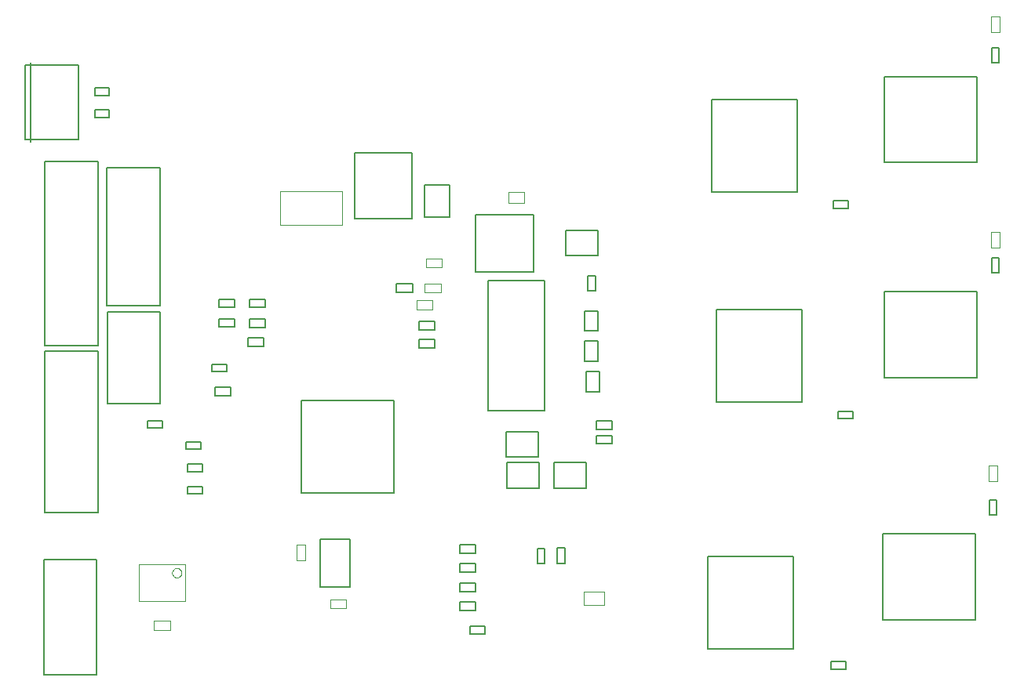
<source format=gbr>
%FSTAX23Y23*%
%MOIN*%
%SFA1B1*%

%IPPOS*%
%ADD15C,0.007870*%
%ADD119C,0.003940*%
%ADD122C,0.001000*%
%LNpcb_top_3d_body-1*%
%LPD*%
G54D15*
X06421Y03684D02*
Y04048D01*
X06028D02*
X06421D01*
X06028Y03684D02*
Y04048D01*
Y03684D02*
X06421D01*
X06416Y01739D02*
Y02103D01*
X06023D02*
X06416D01*
X06023Y01739D02*
Y02103D01*
Y01739D02*
X06416D01*
X0363Y01879D02*
Y0208D01*
X03759*
Y01879D02*
Y0208D01*
X0363Y01879D02*
X03759D01*
X04344Y02629D02*
Y0318D01*
Y02629D02*
X04585D01*
Y0318*
X04344D02*
X04585D01*
X02605Y0378D02*
Y04098D01*
X02379Y0378D02*
X02605D01*
X02379D02*
Y04098D01*
X02605*
X02402Y0377D02*
Y04109D01*
X06421Y02769D02*
Y03133D01*
X06028D02*
X06421D01*
X06028Y02769D02*
Y03133D01*
Y02769D02*
X06421D01*
X04051Y02895D02*
X04118D01*
X04051D02*
Y0293D01*
X04118*
Y02895D02*
Y0293D01*
X04051Y02972D02*
X04118D01*
X04051D02*
Y03007D01*
X04118*
Y02972D02*
Y03007D01*
X04676Y03393D02*
X04813D01*
Y03286D02*
Y03393D01*
X04676Y03286D02*
X04813D01*
X04676D02*
Y03393D01*
X04625Y02406D02*
X04762D01*
Y02299D02*
Y02406D01*
X04625Y02299D02*
X04762D01*
X04625D02*
Y02406D01*
X04421Y02538D02*
X04558D01*
Y02431D02*
Y02538D01*
X04421Y02431D02*
X04558D01*
X04421D02*
Y02538D01*
X04426Y02406D02*
X04563D01*
Y02299D02*
Y02406D01*
X04426Y02299D02*
X04563D01*
X04426D02*
Y02406D01*
X04226Y02022D02*
X04293D01*
X04226D02*
Y02057D01*
X04293*
Y02022D02*
Y02057D01*
X04226Y01859D02*
X04293D01*
X04226D02*
Y01895D01*
X04293*
Y01859D02*
Y01895D01*
X04226Y01941D02*
X04293D01*
X04226D02*
Y01976D01*
X04293*
Y01941D02*
Y01976D01*
X03553Y02278D02*
Y02671D01*
X03946*
Y02278D02*
Y02671D01*
X03553Y02278D02*
X03946D01*
X03326Y02937D02*
X03393D01*
Y02902D02*
Y02937D01*
X03326Y02902D02*
X03393D01*
X03326D02*
Y02937D01*
X03201Y03019D02*
X03268D01*
Y02984D02*
Y03019D01*
X03201Y02984D02*
X03268D01*
X03201D02*
Y03019D01*
X03331Y03017D02*
X03398D01*
Y02982D02*
Y03017D01*
X03331Y02982D02*
X03398D01*
X03331D02*
Y03017D01*
X03201Y03102D02*
X03268D01*
Y03067D02*
Y03102D01*
X03201Y03067D02*
X03268D01*
X03201D02*
Y03102D01*
X03331D02*
X03398D01*
Y03067D02*
Y03102D01*
X03331Y03067D02*
X03398D01*
X03331D02*
Y03102D01*
X04226Y01778D02*
X04293D01*
X04226D02*
Y01813D01*
X04293*
Y01778D02*
Y01813D01*
X04268Y0171D02*
X04331D01*
Y01679D02*
Y0171D01*
X04268Y01679D02*
X04331D01*
X04268D02*
Y0171D01*
X04672Y01976D02*
Y02043D01*
X04637Y01976D02*
X04672D01*
X04637D02*
Y02043D01*
X04672*
X04585Y01978D02*
Y02041D01*
X04554Y01978D02*
X04585D01*
X04554D02*
Y02041D01*
X04585*
X06474Y02183D02*
Y02246D01*
X06505*
Y02183D02*
Y02246D01*
X06474Y02183D02*
X06505D01*
X06484Y03213D02*
Y03276D01*
X06515*
Y03213D02*
Y03276D01*
X06484Y03213D02*
X06515D01*
X06484Y04108D02*
Y04171D01*
X06515*
Y04108D02*
Y04171D01*
X06484Y04108D02*
X06515D01*
X05803Y0156D02*
X05866D01*
Y01529D02*
Y0156D01*
X05803Y01529D02*
X05866D01*
X05803D02*
Y0156D01*
X05833Y02625D02*
X05896D01*
Y02594D02*
Y02625D01*
X05833Y02594D02*
X05896D01*
X05833D02*
Y02625D01*
X04806Y02548D02*
X04873D01*
X04806D02*
Y02583D01*
X04873*
Y02548D02*
Y02583D01*
X04806Y02487D02*
X04873D01*
X04806D02*
Y02522D01*
X04873*
Y02487D02*
Y02522D01*
X03955Y03131D02*
X04024D01*
X03955D02*
Y03168D01*
X04024*
Y03131D02*
Y03168D01*
X04292Y03217D02*
X04537D01*
X04292D02*
Y03462D01*
X04537*
Y03217D02*
Y03462D01*
X048Y03138D02*
Y03201D01*
X04769Y03138D02*
X048D01*
X04769D02*
Y03201D01*
X048*
X04818Y02709D02*
Y02795D01*
X04761Y02709D02*
X04818D01*
X04761D02*
Y02795D01*
X04818*
X04813Y02837D02*
Y02923D01*
X04756Y02837D02*
X04813D01*
X04756D02*
Y02923D01*
X04813*
Y02966D02*
Y03052D01*
X04756Y02966D02*
X04813D01*
X04756D02*
Y03052D01*
X04813*
X02898Y02554D02*
X02961D01*
X02898D02*
Y02585D01*
X02961*
Y02554D02*
Y02585D01*
X03068Y02305D02*
X03131D01*
Y02274D02*
Y02305D01*
X03068Y02274D02*
X03131D01*
X03068D02*
Y02305D01*
X03063Y02495D02*
X03126D01*
Y02464D02*
Y02495D01*
X03063Y02464D02*
X03126D01*
X03063D02*
Y02495D01*
X03068Y024D02*
X03131D01*
Y02369D02*
Y024D01*
X03068Y02369D02*
X03131D01*
X03068D02*
Y024D01*
X02461Y02195D02*
Y0288D01*
X02687*
Y02195D02*
Y0288D01*
X02461Y02195D02*
X02687D01*
X02461Y02905D02*
Y03689D01*
X02687*
Y02905D02*
Y03689D01*
X02461Y02905D02*
X02687D01*
X02726Y03074D02*
Y0366D01*
X02952*
Y03074D02*
Y0366D01*
X02726Y03074D02*
X02952D01*
X03173Y02794D02*
X03236D01*
X03173D02*
Y02825D01*
X03236*
Y02794D02*
Y02825D01*
X03186Y02692D02*
X03253D01*
X03186D02*
Y02727D01*
X03253*
Y02692D02*
Y02727D01*
X02727Y02658D02*
Y03048D01*
X02953*
Y02658D02*
Y03048D01*
X02727Y02658D02*
X02953D01*
X02683Y01505D02*
Y01993D01*
X02457Y01505D02*
X02683D01*
X02457D02*
Y01993D01*
X02683*
X05813Y0352D02*
X05876D01*
Y03489D02*
Y0352D01*
X05813Y03489D02*
X05876D01*
X05813D02*
Y0352D01*
X02674Y03906D02*
X02735D01*
Y03873D02*
Y03906D01*
X02674Y03873D02*
X02735D01*
X02674D02*
Y03906D01*
Y04001D02*
X02735D01*
Y03968D02*
Y04001D01*
X02674Y03968D02*
X02735D01*
X02674D02*
Y04001D01*
X05279Y01614D02*
Y02008D01*
X05643*
Y01614D02*
Y02008D01*
X05279Y01614D02*
X05643D01*
X05294Y03558D02*
Y03951D01*
X05658*
Y03558D02*
Y03951D01*
X05294Y03558D02*
X05658D01*
X05314Y02663D02*
Y03056D01*
X05678*
Y02663D02*
Y03056D01*
X05314Y02663D02*
X05678D01*
X04076Y03451D02*
X04183D01*
Y03588*
X04076D02*
X04183D01*
X04076Y03451D02*
Y03588D01*
X03777Y03445D02*
X04022D01*
Y03724*
X03777D02*
X04022D01*
X03777Y03445D02*
Y03724D01*
G54D119*
X03042Y01938D02*
D01*
X03042Y01939*
X03042Y01941*
X03042Y01942*
X03041Y01943*
X03041Y01945*
X0304Y01946*
X0304Y01947*
X03039Y01948*
X03038Y01949*
X03038Y0195*
X03037Y01951*
X03036Y01952*
X03035Y01953*
X03034Y01954*
X03032Y01955*
X03031Y01956*
X0303Y01956*
X03029Y01957*
X03027Y01957*
X03026Y01957*
X03025Y01957*
X03023Y01957*
X03022*
X0302Y01957*
X03019Y01957*
X03018Y01957*
X03016Y01957*
X03015Y01956*
X03014Y01956*
X03013Y01955*
X03011Y01954*
X0301Y01953*
X03009Y01952*
X03008Y01951*
X03007Y0195*
X03007Y01949*
X03006Y01948*
X03005Y01947*
X03005Y01946*
X03004Y01945*
X03004Y01943*
X03003Y01942*
X03003Y01941*
X03003Y01939*
X03003Y01938*
X03003Y01936*
X03003Y01935*
X03003Y01934*
X03004Y01932*
X03004Y01931*
X03005Y0193*
X03005Y01929*
X03006Y01927*
X03007Y01926*
X03007Y01925*
X03008Y01924*
X03009Y01923*
X0301Y01922*
X03011Y01921*
X03013Y01921*
X03014Y0192*
X03015Y0192*
X03016Y01919*
X03018Y01919*
X03019Y01918*
X0302Y01918*
X03022Y01918*
X03023*
X03025Y01918*
X03026Y01918*
X03027Y01919*
X03029Y01919*
X0303Y0192*
X03031Y0192*
X03032Y01921*
X03034Y01921*
X03035Y01922*
X03036Y01923*
X03037Y01924*
X03038Y01925*
X03038Y01926*
X03039Y01927*
X0304Y01929*
X0304Y0193*
X03041Y01931*
X03041Y01932*
X03042Y01934*
X03042Y01935*
X03042Y01936*
X03042Y01938*
X0408Y03236D02*
X04149D01*
X0408Y03273D02*
X04149D01*
Y03236D02*
Y03273D01*
X0408Y03236D02*
Y03273D01*
X03532Y01991D02*
X03567D01*
X03532Y02058D02*
X03567D01*
X03532Y01991D02*
Y02058D01*
X03567Y01991D02*
Y02058D01*
X03676Y01787D02*
Y01823D01*
X03743Y01787D02*
Y01823D01*
X03676D02*
X03743D01*
X03676Y01787D02*
X03743D01*
X06507Y02326D02*
Y02393D01*
X06472Y02326D02*
Y02393D01*
X06507*
X06472Y02326D02*
X06507D01*
X06482Y03321D02*
Y03388D01*
X06517Y03321D02*
Y03388D01*
X06482Y03321D02*
X06517D01*
X06482Y03388D02*
X06517D01*
Y04236D02*
Y04303D01*
X06482Y04236D02*
Y04303D01*
X06517*
X06482Y04236D02*
X06517D01*
X04109Y03059D02*
Y03096D01*
X0404Y03059D02*
Y03096D01*
Y03059D02*
X04109D01*
X0404Y03096D02*
X04109D01*
X04075Y03168D02*
X04144D01*
X04075Y03131D02*
X04144D01*
X04075D02*
Y03168D01*
X04144Y03131D02*
Y03168D01*
X04431Y0351D02*
Y03559D01*
X04498*
Y0351D02*
Y03559D01*
X04431Y0351D02*
X04498D01*
X02924Y01734D02*
X02995D01*
X02924Y01695D02*
X02995D01*
X02924D02*
Y01734D01*
X02995Y01695D02*
Y01734D01*
X03463Y03417D02*
X03726D01*
X03463Y03562D02*
X03726D01*
X03463Y03417D02*
Y03562D01*
X03726Y03417D02*
Y03562D01*
X02861Y01816D02*
Y01973D01*
X03058Y01816D02*
Y01973D01*
X02861Y01816D02*
X03058D01*
X02861Y01973D02*
X03058D01*
G54D122*
X04838Y01802D02*
Y01857D01*
X04751Y01802D02*
X04838D01*
X04751D02*
Y01857D01*
X04838*
M02*
</source>
